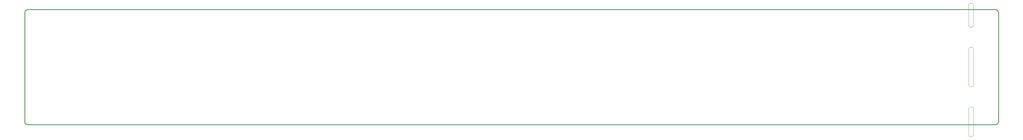
<source format=gko>
G04 Layer: BoardOutlineLayer*
G04 EasyEDA Pro v2.2.31.6, 2024-09-26 20:12:08*
G04 Gerber Generator version 0.3*
G04 Scale: 100 percent, Rotated: No, Reflected: No*
G04 Dimensions in millimeters*
G04 Leading zeros omitted, absolute positions, 3 integers and 5 decimals*
%FSLAX35Y35*%
%MOMM*%
%ADD10C,0.254*%
%ADD11C,0.0254*%
G75*


G04 Rect Start*
G54D10*
G01X0Y-3700120D02*
G01X0Y-100120D01*
G02X100000Y-120I100000J0D01*
G01X31900000Y-120D01*
G02X32000000Y-100120I0J-100000D01*
G01X32000000Y-3700120D01*
G02X31900000Y-3800120I-100000J0D01*
G01X100000Y-3800120D01*
G02X0Y-3700120I0J100000D01*
G54D11*
G01X31025000Y-2496360D02*
G01X31025000Y-1296360D01*
G02X31075000Y-1246360I50000J0D01*
G01X31125000Y-1246360D01*
G02X31175000Y-1296360I0J-50000D01*
G01X31175000Y-2496360D01*
G02X31125000Y-2546360I-50000J0D01*
G01X31075000Y-2546360D01*
G02X31025000Y-2496360I0J50000D01*
G01X31025000Y-4144220D02*
G01X31025000Y-3263220D01*
G02X31075000Y-3213220I50000J0D01*
G01X31125000Y-3213220D01*
G02X31175000Y-3263220I0J-50000D01*
G01X31175000Y-4144220D01*
G02X31125000Y-4194220I-50000J0D01*
G01X31075000Y-4194220D01*
G02X31025000Y-4144220I0J50000D01*
G01X31025000Y-529500D02*
G01X31025000Y161000D01*
G02X31075000Y211000I50000J0D01*
G01X31125000Y211000D01*
G02X31175000Y161000I0J-50000D01*
G01X31175000Y-529500D01*
G02X31125000Y-579500I-50000J0D01*
G01X31075000Y-579500D01*
G02X31025000Y-529500I0J50000D01*
G04 Rect End*

M02*


</source>
